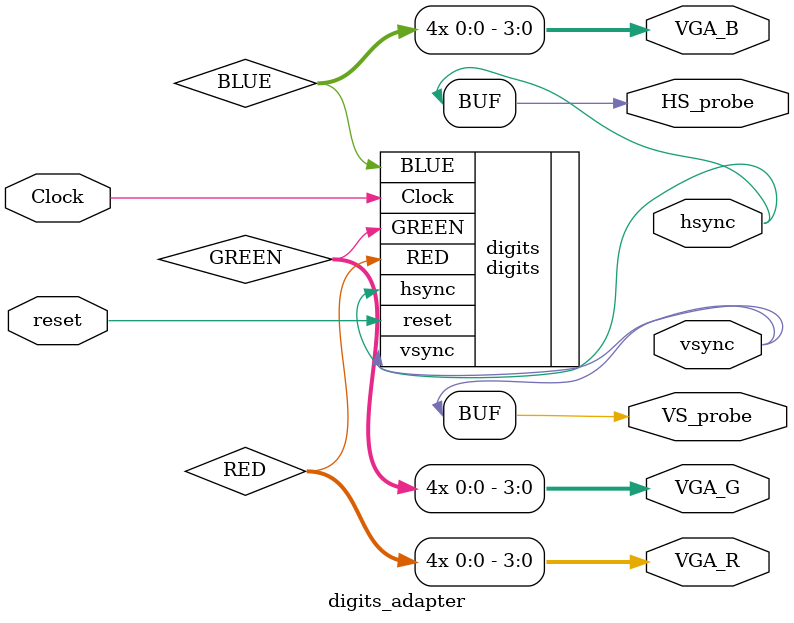
<source format=v>
module digits_adapter(
  input Clock,
  input reset,
  output hsync,
  output vsync,
  output HS_probe,
  output VS_probe,
  output [3:0]VGA_R,
  output [3:0]VGA_G,
  output [3:0]VGA_B
);

wire RED;
wire GREEN;
wire BLUE;

  digits digits (
    .Clock(Clock),
    .reset(reset),
    .hsync(hsync),
    .vsync(vsync),
    .RED(RED),
    .GREEN(GREEN),
    .BLUE(BLUE)
  );
    

  assign HS_probe = hsync;
  assign VS_probe = vsync;
  assign VGA_R = {4{RED}};
  assign VGA_G = {4{GREEN}};
  assign VGA_B = {4{BLUE}};
endmodule

</source>
